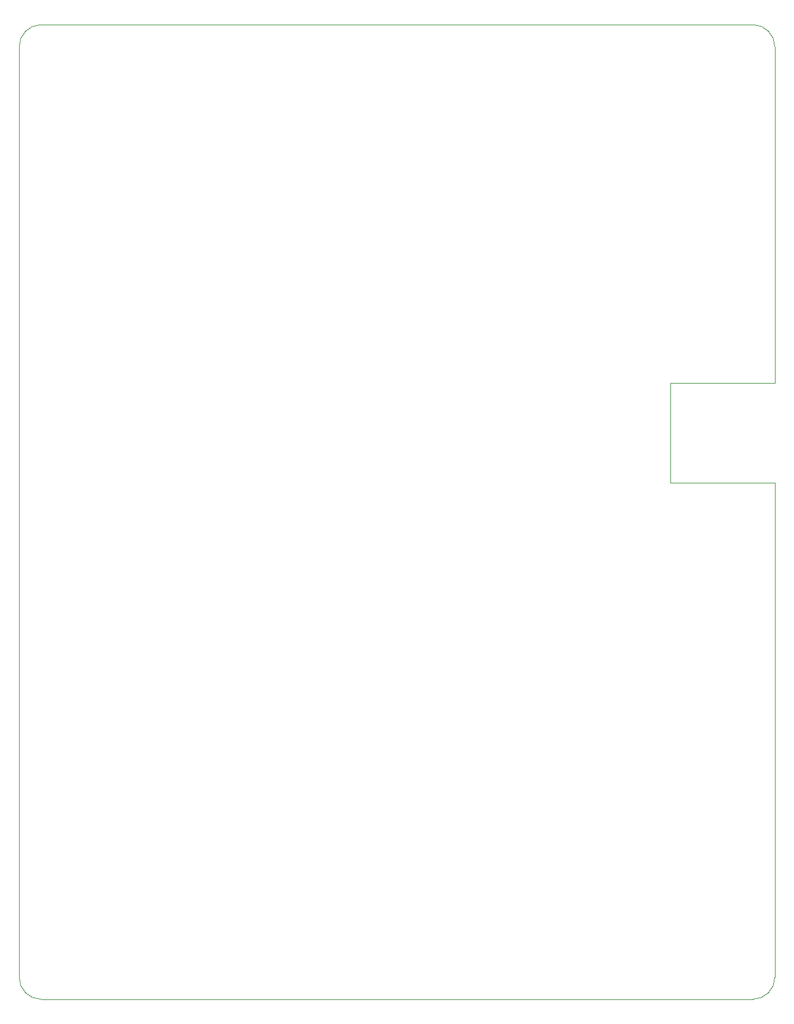
<source format=gbr>
G04 #@! TF.GenerationSoftware,KiCad,Pcbnew,7.0.9*
G04 #@! TF.CreationDate,2024-03-14T12:42:54+01:00*
G04 #@! TF.ProjectId,Apothecary - DSP Development Board,41706f74-6865-4636-9172-79202d204453,rev?*
G04 #@! TF.SameCoordinates,Original*
G04 #@! TF.FileFunction,Profile,NP*
%FSLAX46Y46*%
G04 Gerber Fmt 4.6, Leading zero omitted, Abs format (unit mm)*
G04 Created by KiCad (PCBNEW 7.0.9) date 2024-03-14 12:42:54*
%MOMM*%
%LPD*%
G01*
G04 APERTURE LIST*
G04 #@! TA.AperFunction,Profile*
%ADD10C,0.100000*%
G04 #@! TD*
G04 APERTURE END LIST*
D10*
X107750000Y-22750000D02*
G75*
G03*
X104750000Y-25750000I0J-3000000D01*
G01*
X107750000Y-156750000D02*
X205750000Y-156750000D01*
X104750000Y-153750000D02*
G75*
G03*
X107750000Y-156750000I3000000J0D01*
G01*
X208750000Y-72000000D02*
X208750000Y-25750000D01*
X194363501Y-85750000D02*
X194363501Y-72000000D01*
X205750000Y-22750000D02*
X107750000Y-22750000D01*
X208750000Y-85750000D02*
X208750000Y-153750000D01*
X208750000Y-25750000D02*
G75*
G03*
X205750000Y-22750000I-3000000J0D01*
G01*
X205750000Y-156750000D02*
G75*
G03*
X208750000Y-153750000I0J3000000D01*
G01*
X104750000Y-25750000D02*
X104750000Y-153750000D01*
X208750000Y-85750000D02*
X194363501Y-85750000D01*
X194363501Y-72000000D02*
X208750000Y-72000000D01*
M02*

</source>
